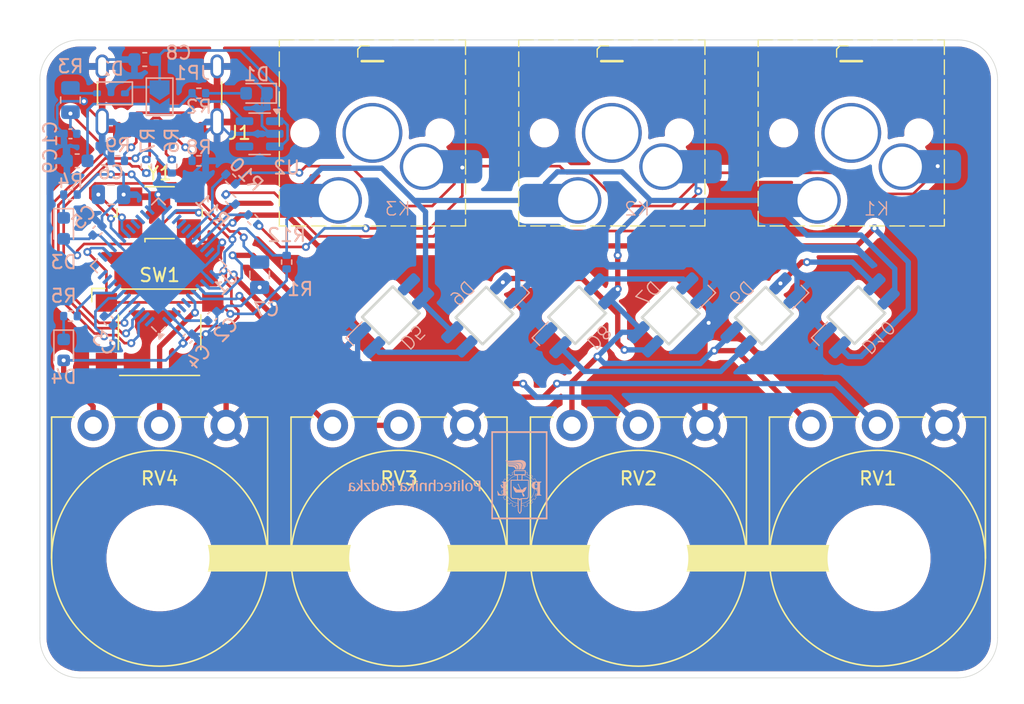
<source format=kicad_pcb>
(kicad_pcb (version 20240108) (generator "pcbnew") (generator_version "8.0")
  (title_block (title "OpenMidi") (date "2024-10-29") (rev "1.2"))
  (layers (0 "F.Cu" signal) (31 "B.Cu" signal) (34 "B.Paste" user) (35 "F.Paste" user) (36 "B.SilkS" user "B.Silkscreen") (37 "F.SilkS" user "F.Silkscreen") (38 "B.Mask" user) (39 "F.Mask" user) (44 "Edge.Cuts" user))
  (net 0 "")
  (net 1 "VBUS")
  (net 2 "AREF")
  (net 3 "UCAP")
  (net 4 "VCC")
  (net 5 "Net-(U1-XTAL1)")
  (net 6 "Net-(U1-XTAL2)")
  (net 7 "Net-(U1-~{RESET})")
  (net 8 "D-")
  (net 9 "D+")
  (net 10 "RAW")
  (net 11 "+3.3V")
  (net 12 "Net-(D1-A)")
  (net 13 "Net-(D2-A)")
  (net 14 "Net-(D3-K)")
  (net 15 "Net-(D4-K)")
  (net 16 "Net-(J1-D--PadA7)")
  (net 17 "Net-(J1-D+-PadA6)")
  (net 19 "Net-(J1-CC1)")
  (net 20 "Net-(J1-CC2)")
  (net 22 "Net-(U1-PD5)")
  (net 23 "Net-(U1-PB0)")
  (net 24 "TX")
  (net 25 "SCK")
  (net 26 "A0")
  (net 27 "D6")
  (net 28 "MOSI")
  (net 29 "D7")
  (net 30 "A1")
  (net 31 "D5")
  (net 32 "A3")
  (net 33 "A2")
  (net 34 "D12")
  (net 35 "D3{slash}SCL")
  (net 36 "D2{slash}SDA")
  (net 37 "D11")
  (net 38 "A5")
  (net 39 "A4")
  (net 40 "MISO")
  (net 41 "D4")
  (net 42 "RX")
  (net 43 "D10")
  (net 44 "D13")
  (net 46 "GND")
  (net 47 "D8")
  (net 48 "D9")
  (net 50 "Net-(D5-Din)")
  (net 51 "Net-(D6-Din)")
  (net 52 "Net-(D7-Din)")
  (net 53 "Net-(D8-Din)")
  (net 54 "Net-(D10-Dout)")
  (net 55 "Net-(K1-ROW)")
  (net 56 "Net-(K2-ROW)")
  (net 57 "Net-(K3-ROW)")
  (footprint "_CustomPartsFootprints:WS3238" (layer "F.Cu") (at 120.404163 49.727208 -135)
    (property "Reference" "D8")
    (property "Value" "~" (hide yes))
    (fp_poly (pts (xy -1.625 -1.4) (xy 1.625 -1.4) (xy 1.625 1.45) (xy -1.625 1.45)) (stroke (width 0.2)) (fill none) (layer "Edge.Cuts"))
  )
  (footprint "Potentiometer_THT:Potentiometer_Piher_T-16L_Single_Vertical_Hole" (layer "F.Cu") (at 102 58 -90)
    (property "Reference" "RV3")
    (property "Value" "Pot" (hide yes))
  )
  (footprint "Potentiometer_THT:Potentiometer_Piher_T-16L_Single_Vertical_Hole" (layer "F.Cu") (at 137.968 58 -90)
    (property "Reference" "RV1")
    (property "Value" "Pot" (hide yes))
  )
  (footprint "_CustomPartsFootprints:MX_FHS_5pinRGB_FP" (layer "F.Cu") (at 123 36)
    (property "Reference" "K2")
    (property "Value" "~" (hide yes))
  )
  (footprint "_CustomPartsFootprints:WS3238" (layer "F.Cu") (at 141.404163 49.727208 -135)
    (property "Reference" "D10")
    (property "Value" "~" (hide yes))
    (fp_poly (pts (xy -1.625 -1.4) (xy 1.625 -1.4) (xy 1.625 1.45) (xy -1.625 1.45)) (stroke (width 0.2)) (fill none) (layer "Edge.Cuts"))
  )
  (footprint "Button_Switch_SMD:SW_SPST_Omron_B3FS-100xP" (layer "F.Cu") (at 89 51)
    (property "Reference" "SW1")
    (property "Value" "SW_Omron_B3FS")
  )
  (footprint "Connector_USB:USB_C_Receptacle_GCT_USB4105-xx-A_16P_TopMnt_Horizontal" (layer "F.Cu") (at 89 32.075 180)
    (property "Reference" "J1")
    (property "Value" "USB_C_Receptacle_USB2.0_16P" (hide yes))
  )
  (footprint "_CustomPartsFootprints:WS3238" (layer "F.Cu") (at 113.404163 49.727208 45)
    (property "Reference" "D6")
    (property "Value" "~" (hide yes))
    (fp_poly (pts (xy -1.625 -1.4) (xy 1.625 -1.4) (xy 1.625 1.45) (xy -1.625 1.45)) (stroke (width 0.2)) (fill none) (layer "Edge.Cuts"))
  )
  (footprint "_CustomPartsFootprints:WS3238" (layer "F.Cu") (at 134.404163 49.727208 45)
    (property "Reference" "D9")
    (property "Value" "~" (hide yes))
    (fp_poly (pts (xy -1.625 -1.4) (xy 1.625 -1.4) (xy 1.625 1.45) (xy -1.625 1.45)) (stroke (width 0.2)) (fill none) (layer "Edge.Cuts"))
  )
  (footprint "_CustomPartsFootprints:WS3238" (layer "F.Cu") (at 106.404163 49.727208 -135)
    (property "Reference" "D5")
    (property "Value" "~" (hide yes))
    (fp_poly (pts (xy -1.625 -1.4) (xy 1.625 -1.4) (xy 1.625 1.45) (xy -1.625 1.45)) (stroke (width 0.2)) (fill none) (layer "Edge.Cuts"))
  )
  (footprint "_CustomPartsFootprints:WS3238" (layer "F.Cu") (at 127.404163 49.727208 45)
    (property "Reference" "D7")
    (property "Value" "~" (hide yes))
    (fp_poly (pts (xy -1.625 -1.4) (xy 1.625 -1.4) (xy 1.625 1.45) (xy -1.625 1.45)) (stroke (width 0.2)) (fill none) (layer "Edge.Cuts"))
  )
  (footprint "_CustomPartsFootprints:MX_FHS_5pinRGB_FP" (layer "F.Cu") (at 105 36)
    (property "Reference" "K3")
    (property "Value" "~" (hide yes))
  )
  (footprint "_CustomPartsFootprints:MX_FHS_5pinRGB_FP" (layer "F.Cu") (at 141 36)
    (property "Reference" "K1")
    (property "Value" "~" (hide yes))
  )
  (footprint "Crystal:Crystal_SMD_0603-4Pin_6.0x3.5mm" (layer "F.Cu") (at 89 42)
    (property "Reference" "Y1")
    (property "Value" "Crystal_GND24" (hide yes))
  )
  (footprint "Potentiometer_THT:Potentiometer_Piher_T-16L_Single_Vertical_Hole" (layer "F.Cu") (at 120 58 -90)
    (property "Reference" "RV2")
    (property "Value" "Pot" (hide yes))
  )
  (footprint "Potentiometer_THT:Potentiometer_Piher_T-16L_Single_Vertical_Hole" (layer "F.Cu") (at 84 58 -90)
    (property "Reference" "RV4")
    (property "Value" "Pot" (hide yes))
  )
  (footprint "Resistor_SMD:R_0402_1005Metric" (layer "B.Cu") (at 98.552 45.72 90)
    (property "Reference" "R1")
    (property "Value" "10k" (hide yes))
  )
  (footprint "Diode_SMD:D_SOD-323" (layer "B.Cu") (at 85.344 33.02 180)
    (property "Reference" "D2")
    (property "Value" "BAT60A" (hide yes))
  )
  (footprint "Resistor_SMD:R_0402_1005Metric" (layer "B.Cu") (at 85.85 38.1 180)
    (property "Reference" "R9")
    (property "Value" "5.1k" (hide yes))
  )
  (footprint "Resistor_SMD:R_0402_1005Metric" (layer "B.Cu") (at 88 38.51 90)
    (property "Reference" "R7")
    (property "Value" "220" (hide yes))
  )
  (footprint "Resistor_SMD:R_0402_1005Metric" (layer "B.Cu") (at 89.916 38.51 90)
    (property "Reference" "R6")
    (property "Value" "220" (hide yes))
  )
  (footprint "LOGO" (layer "B.Cu") (at 110.661034 61.756619 180)
    (property "Reference" "G***" (hide yes))
    (property "Value" "LOGO" (hide yes))
  )
  (footprint "Capacitor_SMD:C_0402_1005Metric" (layer "B.Cu") (at 85.175411 50.123411 -45)
    (property "Reference" "C3")
    (property "Value" "1.0uF" (hide yes))
  )
  (footprint "Resistor_SMD:R_0402_1005Metric" (layer "B.Cu") (at 91.95 38.1)
    (property "Reference" "R8")
    (property "Value" "5.1k" (hide yes))
  )
  (footprint "Capacitor_SMD:C_0402_1005Metric" (layer "B.Cu") (at 84.328 43.348589 45)
    (property "Reference" "C5")
    (property "Value" "0.1uF" (hide yes))
  )
  (footprint "Capacitor_SMD:C_0402_1005Metric" (layer "B.Cu") (at 92.964 49.784 45)
    (property "Reference" "C2")
    (property "Value" "0.1uF" (hide yes))
  )
  (footprint "Package_TO_SOT_SMD:TSOT-23-5" (layer "B.Cu") (at 96.52 36.068 180)
    (property "Reference" "U2")
    (property "Value" "ADP2108AUJ-3.3" (hide yes))
  )
  (footprint "Capacitor_SMD:C_0402_1005Metric" (layer "B.Cu") (at 91.100589 51.476589 45)
    (property "Reference" "C4")
    (property "Value" "1.0uF" (hide yes))
  )
  (footprint "Resistor_SMD:R_0402_1005Metric" (layer "B.Cu") (at 96.012 42.524624 135)
    (property "Reference" "R12")
    (property "Value" "1k" (hide yes))
  )
  (footprint "Capacitor_SMD:C_0402_1005Metric" (layer "B.Cu") (at 82.296 36.068 180)
    (property "Reference" "C1")
    (property "Value" "1.0uF" (hide yes))
  )
  (footprint "LED_SMD:LED_0603_1608Metric" (layer "B.Cu") (at 96.2915 33.02 180)
    (property "Reference" "D1")
    (property "Value" "LED" (hide yes))
  )
  (footprint "Capacitor_SMD:C_0805_2012Metric" (layer "B.Cu") (at 85.344 40.64 180)
    (property "Reference" "C6")
    (property "Value" "22pF" (hide yes))
  )
  (footprint "Resistor_SMD:R_0402_1005Metric" (layer "B.Cu") (at 82.297999 49.784)
    (property "Reference" "R5")
    (property "Value" "1k" (hide yes))
  )
  (footprint "Capacitor_SMD:C_0603_1608Metric" (layer "B.Cu") (at 82.804 38.1 180)
    (property "Reference" "C9")
    (property "Value" "10uF" (hide yes))
  )
  (footprint "Resistor_SMD:R_0805_2012Metric" (layer "B.Cu") (at 82.296 33.528 -90)
    (property "Reference" "R3")
    (property "Value" "6V 0.5A" (hide yes))
  )
  (footprint "Capacitor_SMD:C_0603_1608Metric" (layer "B.Cu") (at 87.884 30.48 180)
    (property "Reference" "C8")
    (property "Value" "10uF" (hide yes))
  )
  (footprint "LED_SMD:LED_0603_1608Metric" (layer "B.Cu") (at 81.788 52.324 -90)
    (property "Reference" "D4")
    (property "Value" "LED" (hide yes))
  )
  (footprint "Resistor_SMD:R_0402_1005Metric" (layer "B.Cu") (at 94.340624 41.000624 -45)
    (property "Reference" "R11")
    (property "Value" "1k" (hide yes))
  )
  (footprint "Package_DFN_QFN:QFN-44-1EP_7x7mm_P0.5mm_EP5.15x5.15mm" (layer "B.Cu") (at 88.912168 46 45)
    (property "Reference" "U1")
    (property "Value" "ATmega32U4-M" (hide yes))
  )
  (footprint "Jumper:SolderJumper-2_P1.3mm_Open_TrianglePad1.0x1.5mm" (layer "B.Cu") (at 89 33.275 -90)
    (property "Reference" "JP1")
    (property "Value" "SolderJumper_2_Open" (hide yes))
  )
  (footprint "LED_SMD:LED_0603_1608Metric" (layer "B.Cu") (at 81.788 43.18 -90)
    (property "Reference" "D3")
    (property "Value" "LED" (hide yes))
  )
  (footprint "Resistor_SMD:R_0402_1005Metric" (layer "B.Cu") (at 91.95 33.02 180)
    (property "Reference" "R2")
    (property "Value" "1k" (hide yes))
  )
  (footprint "Capacitor_SMD:C_0805_2012Metric" (layer "B.Cu") (at 96.52 46.67 90)
    (property "Reference" "C7")
    (property "Value" "22pF" (hide yes))
  )
  (footprint "Resistor_SMD:R_0402_1005Metric" (layer "B.Cu") (at 94.340624 39.476624 135)
    (property "Reference" "R10")
    (property "Value" "1k" (hide yes))
  )
  (footprint "Resistor_SMD:R_0402_1005Metric" (layer "B.Cu") (at 82.297999 40.64)
    (property "Reference" "R4")
    (property "Value" "1k" (hide yes))
  )
  (gr_line (start 143 68) (end 89 68) (stroke (width 2)) (layer "F.SilkS"))
  (gr_line (start 80 32) (end 80 74) (stroke (width 0.05)) (layer "Edge.Cuts"))
  (gr_arc (start 152 74) (mid 151.12132 76.12132) (end 149 77) (stroke (width 0.05)) (layer "Edge.Cuts"))
  (gr_line (start 149 29) (end 83 29) (stroke (width 0.05)) (layer "Edge.Cuts"))
  (gr_line (start 152 74) (end 152 32) (stroke (width 0.05)) (layer "Edge.Cuts"))
  (gr_arc (start 149 29) (mid 151.12132 29.87868) (end 152 32) (stroke (width 0.05)) (layer "Edge.Cuts"))
  (gr_line (start 83 77) (end 149 77) (stroke (width 0.05)) (layer "Edge.Cuts"))
  (gr_arc (start 83 77) (mid 80.87868 76.12132) (end 80 74) (stroke (width 0.05)) (layer "Edge.Cuts"))
  (gr_arc (start 80 32) (mid 80.87868 29.87868) (end 83 29) (stroke (width 0.05)) (layer "Edge.Cuts"))
  (segment (start 80.988 47.969371) (end 84.110628 51.092) (width 0.2) (layer "F.Cu") (net 1))
  (segment (start 86.6 36.170552) (end 85.686552 37.084) (width 0.2) (layer "F.Cu") (net 1))
  (segment (start 91.4 35.755) (end 91.215 35.57) (width 0.2) (layer "F.Cu") (net 1))
  (segment (start 84.836 37.084) (end 82.296 34.544) (width 0.2) (layer "F.Cu") (net 1))
  (segment (start 86.6 35.755) (end 86.6 36.170552) (width 0.2) (layer "F.Cu") (net 1))
  (segment (start 84.928 51.216) (end 84.836 51.308) (width 0.2) (layer "F.Cu") (net 1))
  (segment (start 86.6 35.180001) (end 86.6 35.755) (width 0.2) (layer "F.Cu") (net 1))
  (segment (start 84.836 37.084) (end 84.836 37.418942) (width 0.2) (layer "F.Cu") (net 1))
  (segment (start 84.836 37.418942) (end 80.988 41.266942) (width 0.2) (layer "F.Cu") (net 1))
  (segment (start 86.363351 51.816) (end 85.763351 51.216) (width 0.2) (layer "F.Cu") (net 1))
  (segment (start 85.763351 51.216) (end 84.928 51.216) (width 0.2) (layer "F.Cu") (net 1))
  (segment (start 86.868 51.816) (end 86.363351 51.816) (width 0.2) (layer "F.Cu") (net 1))
  (segment (start 90.868 34.48) (end 87.300001 34.48) (width 0.2) (layer "F.Cu") (net 1))
  (segment (start 91.215 35.57) (end 91.215 34.827) (width 0.2) (layer "F.Cu") (net 1))
  (segment (start 80.988 41.266942) (end 80.988 47.969371) (width 0.2) (layer "F.Cu") (net 1))
  (segment (start 84.62 51.092) (end 84.836 51.308) (width 0.2) (layer "F.Cu") (net 1))
  (segment (start 84.110628 51.092) (end 84.62 51.092) (width 0.2) (layer "F.Cu") (net 1))
  (segment (start 91.215 34.827) (end 90.868 34.48) (width 0.2) (layer "F.Cu") (net 1))
  (segment (start 85.686552 37.084) (end 84.836 37.084) (width 0.2) (layer "F.Cu") (net 1))
  (segment (start 87.300001 34.48) (end 86.6 35.180001) (width 0.2) (layer "F.Cu") (net 1))
  (via (at 82.296 34.544) (size 0.6) (drill 0.3) (layers "F.Cu" "B.Cu") (net 1))
  (via (at 86.868 51.816) (size 0.6) (drill 0.3) (layers "F.Cu" "B.Cu") (net 1))
  (via (at 84.836 51.308) (size 0.6) (drill 0.3) (layers "F.Cu" "B.Cu") (net 1))
  (segment (start 86.868 51.816) (end 87.414231 51.269769) (width 0.2) (layer "B.Cu") (net 1))
  (segment (start 85.160897 48.443103) (end 84.174053 49.429947) (width 0.2) (layer "B.Cu") (net 1))
  (segment (start 84.174053 50.646053) (end 84.836 51.308) (width 0.2) (layer "B.Cu") (net 1))
  (segment (start 84.174053 49.429947) (end 84.174053 50.646053) (width 0.2) (layer "B.Cu") (net 1))
  (segment (start 85.761958 48.443103) (end 85.160897 48.443103) (width 0.2) (layer "B.Cu") (net 1))
  (segment (start 87.414231 50.326364) (end 87.895702 49.844893) (width 0.2) (layer "B.Cu") (net 1))
  (segment (start 87.414231 51.269769) (end 87.414231 50.326364) (width 0.2) (layer "B.Cu") (net 1))
  (segment (start 82.296 35.588) (end 82.776 36.068) (width 0.2) (layer "B.Cu") (net 1))
  (segment (start 86.127935 48.077126) (end 85.761958 48.443103) (width 0.2) (layer "B.Cu") (net 1))
  (segment (start 82.296 34.4405) (end 82.296 35.588) (width 0.2) (layer "B.Cu") (net 1))
  (segment (start 90.914258 50.123411) (end 90.282187 49.49134) (width 0.2) (layer "B.Cu") (net 2))
  (segment (start 92.624589 50.123411) (end 90.914258 50.123411) (width 0.2) (layer "B.Cu") (net 2))
  (segment (start 85.128168 49.784) (end 86.481488 48.43068) (width 0.2) (layer "B.Cu") (net 3))
  (segment (start 84.836 49.784) (end 85.128168 49.784) (width 0.2) (layer "B.Cu") (net 3))
  (segment (start 92.315235 42.000002) (end 91.948 42.000002) (width 0.2) (layer "F.Cu") (net 4))
  (segment (start 123.444 47.752) (end 123.444 45.212) (width 0.4) (layer "F.Cu") (net 4))
  (segment (start 121.92 52.832) (end 120 54.752) (width 0.4) (layer "F.Cu") (net 4))
  (segment (start 81.788 54.356) (end 84 56.568) (width 0.4) (layer "F.Cu") (net 4))
  (segment (start 90.079998 42.000002) (end 91.948 42.000002) (width 0.2) (layer "F.Cu") (net 4))
  (segment (start 130.7 52.384) (end 132.352 52.384) (width 0.4) (layer "F.Cu") (net 4))
  (segment (start 81.788 53.1115) (end 81.788 54.356) (width 0.4) (layer "F.Cu") (net 4))
  (segment (start 94.396 47.665471) (end 94.396 48.843471) (width 0.2) (layer "F.Cu") (net 4))
  (segment (start 82.804 45.212) (end 82.804 44.871471) (width 0.2) (layer "F.Cu") (net 4))
  (segment (start 82.804 44.871471) (end 83.317471 44.358) (width 0.2) (layer "F.Cu") (net 4))
  (segment (start 101.688 58) (end 94.242822 50.554822) (width 0.4) (layer "F.Cu") (net 4))
  (segment (start 94.917735 49.365206) (end 94.917735 49.862265) (width 0.2) (layer "F.Cu") (net 4))
  (segment (start 102 58) (end 101.688 58) (width 0.2) (layer "F.Cu") (net 4))
  (segment (start 120 54.752) (end 120 58) (width 0.4) (layer "F.Cu") (net 4))
  (segment (start 93.974529 46.525279) (end 93.974529 47.244) (width 0.2) (layer "F.Cu") (net 4))
  (segment (start 93.974529 47.244) (end 94.396 47.665471) (width 0.2) (layer "F.Cu") (net 4))
  (segment (start 93.823396 46.374146) (end 93.974529 46.525279) (width 0.2) (layer "F.Cu") (net 4))
  (segment (start 92.04 50.537178) (end 90.761178 51.816) (width 0.2) (layer "F.Cu") (net 4))
  (segment (start 94.472504 44.012) (end 94.327233 44.012) (width 0.2) (layer "F.Cu") (net 4))
  (segment (start 94.917735 49.862265) (end 94.242822 50.537178) (width 0.2) (layer "F.Cu") (net 4))
  (segment (start 87.722 44.358) (end 90.079998 42.000002) (width 0.2) (layer "F.Cu") (net 4))
  (segment (start 94.327233 44.012) (end 92.315235 42.000002) (width 0.2) (layer "F.Cu") (net 4))
  (segment (start 84 56.568) (end 84 58) (width 0.4) (layer "F.Cu") (net 4))
  (segment (start 94.242822 50.554822) (end 94.242822 50.537178) (width 0.2) (layer "F.Cu") (net 4))
  (segment (start 83.317471 44.358) (end 87.722 44.358) (width 0.2) (layer "F.Cu") (net 4))
  (segment (start 94.396 48.843471) (end 94.917735 49.365206) (width 0.2) (layer "F.Cu") (net 4))
  (segment (start 132.352 52.384) (end 137.968 58) (width 0.4) (layer "F.Cu") (net 4))
  (segment (start 94.242822 50.537178) (end 92.04 50.537178) (width 0.2) (layer "F.Cu") (net 4))
  (via (at 93.823396 46.374146) (size 0.6) (drill 0.3) (layers "F.Cu" "B.Cu") (net 4))
  (via (at 91.948 42.000002) (size 0.6) (drill 0.3) (layers "F.Cu" "B.Cu") (net 4))
  (via (at 123.444 47.752) (size 0.6) (drill 0.3) (layers "F.Cu" "B.Cu") (net 4))
  (via (at 94.472504 44.012) (size 0.6) (drill 0.3) (layers "F.Cu" "B.Cu") (net 4))
  (via (at 81.788 53.1115) (size 0.6) (drill 0.3) (layers "F.Cu" "B.Cu") (net 4))
  (via (at 121.92 52.832) (size 0.6) (drill 0.3) (layers "F.Cu" "B.Cu") (net 4))
  (via (at 90.761178 51.816) (size 0.6) (drill 0.3) (layers "F.Cu" "B.Cu") (net 4))
  (via (at 123.444 45.212) (size 0.6) (drill 0.3) (layers "F.Cu" "B.Cu") (net 4))
  (via (at 82.804 45.212) (size 0.6) (drill 0.3) (layers "F.Cu" "B.Cu") (net 4))
  (via (at 130.7 52.384) (size 0.6) (drill 0.3) (layers "F.Cu" "B.Cu") (net 4))
  (segment (start 105.711778 38.655778) (end 108.136 41.08) (width 0.4) (layer "B.Cu") (net 4))
  (segment (start 144.272 47.990742) (end 144.272 46.228) (width 0.4) (layer "B.Cu") (net 4))
  (segment (start 123.766 38.93) (end 125.916 41.08) (width 0.4) (layer "B.Cu") (net 4))
  (segment (start 130.7 52.384) (end 130.616 52.384) (width 0.4) (layer "B.Cu") (net 4))
  (segment (start 122.428 53.34) (end 121.92 52.832) (width 0.4) (layer "B.Cu") (net 4))
  (segment (start 111 51) (end 108.808326 48.808326) (width 0.4) (layer "B.Cu") (net 4))
  (segment (start 95.507287 43.197543) (end 97.519744 45.21) (width 0.2) (layer "B.Cu") (net 4))
  (segment (start 93.823396 46.374146) (end 93.888 46.309542) (width 0.2) (layer "B.Cu") (net 4))
  (segment (start 81.788 53.1115) (end 89.465678 53.1115) (width 0.2) (layer "B.Cu") (net 4))
  (segment (start 101.179222 38.655778) (end 105.711778 38.655778) (width 0.4) (layer "B.Cu") (net 4))
  (segment (start 108.993079 48.269663) (end 108.993079 41.937079) (width 0.4) (layer "B.Cu") (net 4))
  (segment (start 118.005 39.83) (end 118.905 38.93) (width 0.4) (layer "B.Cu") (net 4))
  (segment (start 122.808326 48.454416) (end 125 50.64609) (width 0.4) (layer "B.Cu") (net 4))
  (segment (start 137.668 43.688) (end 136.005 42.025) (width 0.4) (layer "B.Cu") (net 4))
  (segment (start 100.005 41.08) (end 100.005 39.83) (width 0.4) (layer "B.Cu") (net 4))
  (segment (start 90.761178 51.384544) (end 89.575081 50.198447) (width 0.2) (layer "B.Cu") (net 4))
  (segment (start 93.888 46.309542) (end 93.888 44.963471) (width 0.2) (layer "B.Cu") (net 4))
  (segment (start 118.905 38.93) (end 123.766 38.93) (width 0.4) (layer "B.Cu") (net 4))
  (segment (start 125 50.64609) (end 125 51) (width 0.4) (layer "B.Cu") (net 4))
  (segment (start 90.761178 51.816) (end 90.761178 51.384544) (width 0.2) (layer "B.Cu") (net 4))
  (segment (start 123.444 45.212) (end 123.444 43.552) (width 0.4) (layer "B.Cu") (net 4))
  (segment (start 90.248165 41.835576) (end 91.783574 41.835576) (width 0.2) (layer "B.Cu") (net 4))
  (segment (start 125 51) (end 123.752 51) (width 0.4) (layer "B.Cu") (net 4))
  (segment (start 125.916 41.08) (end 136.005 41.08) (width 0.4) (layer "B.Cu") (net 4))
  (segment (start 123.444 43.552) (end 125.916 41.08) (width 0.4) (layer "B.Cu") (net 4))
  (segment (start 136.005 42.025) (end 136.005 41.08) (width 0.4) (layer "B.Cu") (net 4))
  (segment (start 98.552 45.21) (end 98.552 42.533) (width 0.2) (layer "B.Cu") (net 4))
  (segment (start 118.005 41.08) (end 118.005 39.83) (width 0.4) (layer "B.Cu") (net 4))
  (segment (start 89.928634 42.155107) (end 90.248165 41.835576) (width 0.2) (layer "B.Cu") (net 4))
  (segment (start 84.478847 43.688) (end 85.420828 44.629981) (width 0.2) (layer "B.Cu") (net 4))
  (segment (start 130.7 52.384) (end 132 51.084) (width 0.4) (layer "B.Cu") (net 4))
  (segment (start 108.993079 41.937079) (end 108.136 41.08) (width 0.4) (layer "B.Cu") (net 4))
  (segment (start 93.534629 46.662913) (end 93.823396 46.374146) (width 0.2) (layer "B.Cu") (net 4))
  (segment (start 108.808326 48.454416) (end 108.993079 48.269663) (width 0.4) (layer "B.Cu") (net 4))
  (segment (start 81.788 43.9675) (end 83.709089 43.9675) (width 0.2) (layer "B.Cu") (net 4))
  (segment (start 108.808326 48.808326) (end 108.808326 48.454416) (width 0.4) (layer "B.Cu") (net 4))
  (segment (start 123.752 51) (end 121.92 52.832) (width 0.4) (layer "B.Cu") (net 4))
  (segment (start 98.552 42.533) (end 100.005 41.08) (width 0.2) (layer "B.Cu") (net 4))
  (segment (start 132 51.084) (end 132 51) (width 0.4) (layer "B.Cu") (net 4))
  (segment (start 89.465678 53.1115) (end 90.761178 51.816) (width 0.2) (layer "B.Cu") (net 4))
  (segment (start 108.136 41.08) (end 118.005 41.08) (width 0.4) (layer "B.Cu") (net 4))
  (segment (start 94.472504 44.378967) (end 94.472504 43.738582) (width 0.2) (layer "B.Cu") (net 4))
  (segment (start 144.272 46.228) (end 141.732 43.688) (width 0.4) (layer "B.Cu") (net 4))
  (segment (start 83.988589 43.688) (end 84.478847 43.688) (width 0.2) (layer "B.Cu") (net 4))
  (segment (start 95.013543 43.197543) (end 95.507287 43.197543) (width 0.2) (layer "B.Cu") (net 4))
  (segment (start 129.66 53.34) (end 122.428 53.34) (width 0.4) (layer "B.Cu") (net 4))
  (segment (start 94.472504 43.738582) (end 95.013543 43.197543) (width 0.2) (layer "B.Cu") (net 4))
  (segment (start 93.110615 46.662913) (end 93.534629 46.662913) (width 0.2) (layer "B.Cu") (net 4))
  (segment (start 100.005 39.83) (end 101.179222 38.655778) (width 0.4) (layer "B.Cu") (net 4))
  (segment (start 81.788 43.9675) (end 81.788 44.196) (width 0.2) (layer "B.Cu") (net 4))
  (segment (start 93.888 44.963471) (end 94.472504 44.378967) (width 0.2) (layer "B.Cu") (net 4))
  (segment (start 83.709089 43.9675) (end 83.988589 43.688) (width 0.2) (layer "B.Cu") (net 4))
  (segment (start 97.519744 45.21) (end 98.552 45.21) (width 0.2) (layer "B.Cu") (net 4))
  (segment (start 143.808326 48.454416) (end 144.272 47.990742) (width 0.4) (layer "B.Cu") (net 4))
  (segment (start 91.783574 41.835576) (end 91.948 42.000002) (width 0.2) (layer "B.Cu") (net 4))
  (segment (start 81.788 44.196) (end 82.804 45.212) (width 0.2) (layer "B.Cu") (net 4))
  (segment (start 130.616 52.384) (end 129.66 53.34) (width 0.4) (layer "B.Cu") (net 4))
  (segment (start 141.732 43.688) (end 137.668 43.688) (width 0.4) (layer "B.Cu") (net 4))
  (segment (start 86.116042 42.362042) (end 84.394 40.64) (width 0.2) (layer "F.Cu") (net 5))
  (segment (start 86.161958 42.362042) (end 86.161958 42.561958) (width 0.2) (layer "F.Cu") (net 5))
  (segment (start 86.161958 42.561958) (end 86.8 43.2) (width 0.2) (layer "F.Cu") (net 5))
  (segment (start 86.161958 42.362042) (end 86.116042 42.362042) (width 0.2) (layer "F.Cu") (net 5))
  (via (at 84.394 40.64) (size 0.6) (drill 0.3) (layers "F.Cu" "B.Cu") (net 5))
  (via (at 86.161958 42.362042) (size 0.6) (drill 0.3) (layers "F.Cu" "B.Cu") (net 5))
  (segment (start 86.161958 42.362042) (end 86.161958 43.24979) (width 0.2) (layer "B.Cu") (net 5))
  (segment (start 86.161958 43.24979) (end 86.481488 43.56932) (width 0.2) (layer "B.Cu") (net 5))
  (segment (start 83.794 40.158) (end 84.152 39.8) (width 0.2) (layer "F.Cu") (net 6))
  (segment (start 90.2 39.8) (end 91.2 40.8) (width 0.2) (layer "F.Cu") (net 6))
  (segment (start 84.152 39.8) (end 90.2 39.8) (width 0.2) (layer "F.Cu") (net 6))
  (segment (start 91.680919 40.8) (end 91.2 40.8) (width 0.2) (layer "F.Cu") (net 6))
  (segment (start 95.326607 43.865393) (end 94.873214 43.412) (width 0.2) (layer "F.Cu") (net 6))
  (segment (start 85.344 42.43853) (end 83.794 40.888529) (width 0.2) (layer "F.Cu") (net 6))
  (segment (start 94.292919 43.412) (end 91.680919 40.8) (width 0.2) (layer "F.Cu") (net 6))
  (segment (start 94.873214 43.412) (end 94.292919 43.412) (width 0.2) (layer "F.Cu") (net 6))
  (segment (start 83.794 40.888529) (end 83.794 40.158) (width 0.2) (layer "F.Cu") (net 6))
  (via (at 95.326607 43.865393) (size 0.6) (drill 0.3) (layers "F.Cu" "B.Cu") (net 6))
  (via (at 85.344 42.43853) (size 0.6) (drill 0.3) (layers "F.Cu" "B.Cu") (net 6))
  (segment (start 95.326607 44.526607) (end 96.52 45.72) (width 0.2) (layer "B.Cu") (net 6))
  (segment (start 86.127935 43.922874) (end 85.344 43.138939) (width 0.2) (layer "B.Cu") (net 6))
  (segment (start 95.326607 43.865393) (end 95.326607 44.526607) (width 0.2) (layer "B.Cu") (net 6))
  (segment (start 85.344 42.672) (end 85.344 42.43853) (width 0.2) (layer "B.Cu") (net 6))
  (segment (start 85.344 43.138939) (end 85.344 42.672) (width 0.2) (layer "B.Cu") (net 6))
  (segment (start 83.566 44.958) (end 85 46.392) (width 0.2) (layer "F.Cu") (net 7))
  (segment (start 93 48.75) (end 85 48.75) (width 0.2) (layer "F.Cu") (net 7))
  (segment (start 93.454 48.75) (end 93 48.75) (width 0.2) (layer "F.Cu") (net 7))
  (segment (start 94.317735 49.613735) (end 93.454 48.75) (width 0.2) (layer "F.Cu") (net 7))
  (segment (start 85 46.392) (end 85 48.75) (width 0.2) (layer "F.Cu") (net 7))
  (via (at 94.317735 49.613735) (size 0.6) (drill 0.3) (layers "F.Cu" "B.Cu") (net 7))
  (via (at 83.566 44.958) (size 0.6) (drill 0.3) (layers "F.Cu" "B.Cu") (net 7))
  (segment (start 96.036009 49.613735) (end 98.552 47.097744) (width 0.2) (layer "B.Cu") (net 7))
  (segment (start 84.747744 44.664003) (end 85.067275 44.983534) (width 0.2) (layer "B.Cu") (net 7))
  (segment (start 94.317735 49.613735) (end 96.036009 49.613735) (width 0.2) (layer "B.Cu") (net 7))
  (segment (start 98.552 47.097744) (end 98.552 46.23) (width 0.2) (layer "B.Cu") (net 7))
  (segment (start 83.566 44.958) (end 83.859997 44.664003) (width 0.2) (layer "B.Cu") (net 7))
  (segment (start 83.859997 44.664003) (end 84.747744 44.664003) (width 0.2) (layer "B.Cu") (net 7))
  (segment (start 86.196262 51.083225) (end 85.805037 50.692) (width 0.2) (layer "F.Cu") (net 8))
  (segment (start 84.276314 50.692) (end 81.388 47.803685) (width 0.2) (layer "F.Cu") (net 8))
  (segment (start 81.388 47.803685) (end 81.388 41.432628) (width 0.2) (layer "F.Cu") (net 8))
  (segment (start 84.904629 37.916) (end 87.180001 37.916) (width 0.2) (layer "F.Cu") (net 8))
  (segment (start 85.805037 50.692) (end 84.276314 50.692) (width 0.2) (layer "F.Cu") (net 8))
  (segment (start 86.47818 51.083225) (end 86.196262 51.083225) (width 0.2) (layer "F.Cu") (net 8))
  (segment (start 81.388 41.432628) (end 84.904629 37.916) (width 0.2) (layer "F.Cu") (net 8))
  (via (at 87.180001 37.916) (size 0.6) (drill 0.3) (layers "F.Cu" "B.Cu") (net 8))
  (via (at 86.47818 51.083225) (size 0.6) (drill 0.3) (layers "F.Cu" "B.Cu") (net 8))
  (segment (start 88.367123 37.332529) (end 87.723429 37.332529) (width 0.2) (layer "B.Cu") (net 8))
  (segment (start 86.47818 51.083225) (end 86.96 50.601405) (width 0.2) (layer "B.Cu") (net 8))
  (segment (start 89.916 39.02) (end 88.804 37.908) (width 0.2) (layer "B.Cu") (net 8))
  (segment (start 88.804 37.769406) (end 88.367123 37.332529) (width 0.2) (layer "B.Cu") (net 8))
  (segment (start 86.96 50.601405) (end 86.96 50.073489) (width 0.2) (layer "B.Cu") (net 8))
  (segment (start 87.723429 37.332529) (end 87.180001 37.875957) (width 0.2) (layer "B.Cu") (net 8))
  (segment (start 87.180001 37.875957) (end 87.180001 37.916) (width 0.2) (layer "B.Cu") (net 8))
  (segment (start 86.96 50.073489) (end 87.542149 49.49134) (width 0.2) (layer "B.Cu") (net 8))
  (segment (start 88.804 37.908) (end 88.804 37.769406) (width 0.2) (layer "B.Cu") (net 8))
  (segment (start 81.788 47.638) (end 81.788 41.598314) (width 0.2) (layer "F.Cu") (net 9))
  (segment (start 84.442 50.292) (end 81.788 47.638) (width 0.2) (layer "F.Cu") (net 9))
  (segment (start 86.36 50.292) (end 84.442 50.292) (width 0.2) (layer "F.Cu") (net 9))
  (segment (start 81.788 41.598314) (end 85.070314 38.316) (width 0.2) (layer "F.Cu") (net 9))
  (segment (start 88 39.02) (end 87.93253 39.02) (width 0.2) (layer "F.Cu") (net 9))
  (segment (start 86.731472 38.316) (end 86.931472 38.516) (width 0.2) (layer "F.Cu") (net 9))
  (segment (start 85.070314 38.316) (end 86.731472 38.316) (width 0.2) (layer "F.Cu") (net 9))
  (segment (start 86.931472 38.516) (end 87.42853 38.516) (width 0.2) (layer "F.Cu") (net 9))
  (segment (start 87.93253 39.02) (end 87.42853 38.516) (width 0.2) (layer "F.Cu") (net 9))
  (via (at 88 39.02) (size 0.6) (drill 0.3) (layers "F.Cu" "B.Cu") (net 9))
  (via (at 86.36 50.292) (size 0.6) (drill 0.3) (layers "F.Cu" "B.Cu") (net 9))
  (segment (start 86.36 49.966381) (end 87.188595 49.137786) (width 0.2) (layer "B.Cu") (net 9))
  (segment (start 86.36 50.292) (end 86.36 49.966381) (width 0.2) (layer "B.Cu") (net 9))
  (segment (start 89 32.55) (end 89 30.821) (width 0.2) (layer "B.Cu") (net 10))
  (segment (start 98.11 37.018) (end 97.6575 37.018) (width 0.2) (layer "B.Cu") (net 10))
  (segment (start 97.9575 32.683814) (end 95.073686 29.8) (width 0.2) (layer "B.Cu") (net 10))
  (segment (start 95.073686 29.8) (end 89.339 29.8) (width 0.2) (layer "B.Cu") (net 10))
  (segment (start 89 30.821) (end 88.659 30.48) (width 0.2) (layer "B.Cu") (net 10))
  (segment (start 89 32.55) (end 86.864 32.55) (width 0.2) (layer "B.Cu") (net 10))
  (segment (start 98.62 35.418001) (end 98.62 36.508) (width 0.2) (layer "B.Cu") (net 10))
  (segment (start 97.6575 35.118) (end 97.9575 34.818) (width 0.2) (layer "B.Cu") (net 10))
  (segment (start 89.339 29.8) (end 88.659 30.48) (width 0.2) (layer "B.Cu") (net 10))
  (segment (start 98.319999 35.118) (end 98.62 35.418001) (width 0.2) (layer "B.Cu") (net 10))
  (segment (start 86.864 32.55) (end 86.394 33.02) (width 0.2) (layer "B.Cu") (net 10))
  (segment (start 98.62 36.508) (end 98.11 37.018) (width 0.2) (layer "B.Cu") (net 10))
  (segment (start 97.6575 35.118) (end 98.319999 35.118) (width 0.2) (layer "B.Cu") (net 10))
  (segment (start 97.9575 34.818) (end 97.9575 32.683814) (width 0.2) (layer "B.Cu") (net 10))
  (segment (start 92.06 33.64) (end 91.44 33.02) (width 0.2) (layer "B.Cu") (net 11))
  (segment (start 84.026 33.83) (end 88.83 33.83) (width 0.2) (layer "B.Cu") (net 11))
  (segment (start 90.46 34) (end 89 34) (width 0.2) (layer "B.Cu") (net 11))
  (segment (start 91.44 33.02) (end 90.46 34) (width 0.2) (layer "B.Cu") (net 11))
  (segment (start 93.9045 33.64) (end 92.06 33.64) (width 0.2) (layer "B.Cu") (net 11))
  (segment (start 83.579 34.277) (end 84.026 33.83) (width 0.2) (layer "B.Cu") (net 11))
  (segment (start 95.3825 35.118) (end 93.9045 33.64) (width 0.2) (layer "B.Cu") (net 11))
  (segment (start 83.579 38.1) (end 83.579 34.277) (width 0.2) (layer "B.Cu") (net 11))
  (segment (start 88.83 33.83) (end 89 34) (width 0.2) (layer "B.Cu") (net 11))
  (segment (start 92.46 33.02) (end 95.504 33.02) (width 0.2) (layer "B.Cu") (net 12))
  (segment (start 84.294 33.02) (end 82.7005 33.02) (width 0.2) (layer "B.Cu") (net 13))
  (segment (start 82.7005 33.02) (end 82.296 32.6155) (width 0.2) (layer "B.Cu") (net 13))
  (segment (start 81.788 42.3925) (end 81.788 40.64) (width 0.2) (layer "B.Cu") (net 14))
  (segment (start 81.788 49.784) (end 81.788 51.5365) (width 0.2) (layer "B.Cu") (net 15))
  (segment (start 88.75 35.755) (end 88.75 36.36241) (width 0.2) (layer "F.Cu") (net 16))
  (segment (start 89.916 38) (end 89.48241 37.56641) (width 0.2) (layer "F.Cu") (net 16))
  (segment (start 89.75 36.36241) (end 89.75 35.755) (width 0.2) (layer "F.Cu") (net 16))
  (segment (start 89.48241 37.56641) (end 89.48241 36.63) (width 0.2) (layer "F.Cu") (net 16))
  (segment (start 89.01759 36.63) (end 89.48241 36.63) (width 0.2) (layer "F.Cu") (net 16))
  (segment (start 88.75 36.36241) (end 89.01759 36.63) (width 0.2) (layer "F.Cu") (net 16))
  (segment (start 89.48241 36.63) (end 89.75 36.36241) (width 0.2) (layer "F.Cu") (net 16))
  (via (at 89.916 38) (size 0.6) (drill 0.3) (layers "F.Cu" "B.Cu") (net 16))
  (segment (start 88.51759 34.88) (end 88.98241 34.88) (width 0.2) (layer "F.Cu") (net 17))
  (segment (start 88.98241 34.88) (end 89.25 35.14759) (width 0.2) (layer "F.Cu") (net 17))
  (segment (start 88.25 35.755) (end 88.25 35.14759) (width 0.2) (layer "F.Cu") (net 17))
  (segment (start 88.25 35.14759) (end 88.51759 34.88) (width 0.2) (layer "F.Cu") (net 17))
  (segment (start 89.25 35.14759) (end 89.25 35.755) (width 0.2) (layer "F.Cu") (net 17))
  (segment (start 88.25 37.75) (end 88.25 35.755) (width 0.2) (layer "F.Cu") (net 17))
  (segment (start 88 38) (end 88.25 37.75) (width 0.2) (layer "F.Cu") (net 17))
  (via (at 88 38) (size 0.6) (drill 0.3) (layers "F.Cu" "B.Cu") (net 17))
  (segment (start 90.932 37.084) (end 90.25 36.402) (width 0.2) (layer "F.Cu") (net 19))
  (segment (start 90.25 36.402) (end 90.25 35.755) (width 0.2) (layer "F.Cu") (net 19))
  (via (at 90.932 37.084) (size 0.6) (drill 0.3) (layers "F.Cu" "B.Cu") (net 19))
  (segment (start 91.44 38.1) (end 91.44 37.592) (width 0.2) (layer "B.Cu") (net 19))
  (segment (start 91.44 37.592) (end 90.932 37.084) (width 0.2) (layer "B.Cu") (net 19))
  (segment (start 86.868 37.084) (end 87.25 36.702) (width 0.2) (layer "F.Cu") (net 20))
  (segment (start 87.25 36.702) (end 87.25 35.755) (width 0.2) (layer "F.Cu") (net 20))
  (via (at 86.868 37.084) (size 0.6) (drill 0.3) (layers "F.Cu" "B.Cu") (net 20))
  (segment (start 86.36 37.592) (end 86.868 37.084) (width 0.2) (layer "B.Cu") (net 20))
  (segment (start 86.36 38.1) (end 86.36 37.592) (width 0.2) (layer "B.Cu") (net 20))
  (segment (start 85.344 39.116) (end 86.894 39.116) (width 0.2) (layer "F.Cu") (net 22))
  (via (at 85.344 39.116) (size 0.6) (drill 0.3) (layers "F.Cu" "B.Cu") (net 22))
  (via (at 86.894 39.116) (size 0.6) (drill 0.3) (layers "F.Cu" "B.Cu") (net 22))
  (segment (start 82.807998 40.64) (end 84.331998 39.116) (width 0.2) (layer "B.Cu") (net 22))
  (segment (start 84.331998 39.116) (end 85.344 39.116) (width 0.2) (layer "B.Cu") (net 22))
  (segment (start 86.894 39.116) (end 88.249255 40.471255) (width 0.2) (layer "B.Cu") (net 22))
  (segment (start 88.249255 40.471255) (end 88.249255 41.801553) (width 0.2) (layer "B.Cu") (net 22))
  (segment (start 85.454852 48.043103) (end 85.774382 47.723573) (width 0.2) (layer "B.Cu") (net 23))
  (segment (start 84.036897 48.043103) (end 85.454852 48.043103) (width 0.2) (layer "B.Cu") (net 23))
  (segment (start 82.807998 49.784) (end 82.807998 49.272002) (width 0.2) (layer "B.Cu") (net 23))
  (segment (start 82.807998 49.272002) (end 84.036897 48.043103) (width 0.2) (layer "B.Cu") (net 23))
  (segment (start 118.872 54.864) (end 117.856 55.88) (width 0.4) (layer "F.Cu") (net 26))
  (segment (start 103.65805 55.88) (end 94.574529 46.796479) (width 0.4) (layer "F.Cu") (net 26))
  (segment (start 117.856 55.88) (end 103.65805 55.88) (width 0.4) (layer "F.Cu") (net 26))
  (segment (start 94.574529 46.796479) (end 94.574529 46.649471) (width 0.4) (layer "F.Cu") (net 26))
  (via (at 118.872 54.864) (size 0.6) (drill 0.3) (layers "F.Cu" "B.Cu") (net 26))
  (via (at 94.574529 46.649471) (size 0.6) (drill 0.3) (layers "F.Cu" "B.Cu") (net 26))
  (segment (start 92.403508 47.370019) (end 92.723039 47.68955) (width 0.2) (layer "B.Cu") (net 26))
  (segment (start 139.832 54.864) (end 142.968 58) (width 0.4) (layer "B.Cu") (net 26))
  (segment (start 93.53445 47.68955) (end 94.574529 46.649471) (width 0.2) (layer "B.Cu") (net 26))
  (segment (start 118.872 54.864) (end 139.832 54.864) (width 0.4) (layer "B.Cu") (net 26))
  (segment (start 92.723039 47.68955) (end 93.53445 47.68955) (width 0.2) (layer "B.Cu") (net 26))
  (segment (start 105.664 54.864) (end 96.012 45.212) (width 0.4) (layer "F.Cu") (net 30))
  (segment (start 96.012 45.212) (end 94.488 45.212) (width 0.4) (layer "F.Cu") (net 30))
  (segment (start 116.332 54.864) (end 105.664 54.864) (width 0.4) (layer "F.Cu") (net 30))
  (via (at 94.488 45.212) (size 0.6) (drill 0.3) (layers "F.Cu" "B.Cu") (net 30))
  (via (at 116.332 54.864) (size 0.6) (drill 0.3) (layers "F.Cu" "B.Cu") (net 30))
  (segment (start 95.174529 45.898529) (end 94.488 45.212) (width 0.2) (layer "B.Cu") (net 30))
  (segment (start 93.982979 48.08955) (end 95.174529 46.898) (width 0.2) (layer "B.Cu") (net 30))
  (segment (start 116.332 54.864) (end 117.348 55.88) (width 0.4) (layer "B.Cu") (net 30))
  (segment (start 92.049954 47.723573) (end 92.415931 48.08955) (width 0.2) (layer "B.Cu") (net 30))
  (segment (start 92.415931 48.08955) (end 93.982979 48.08955) (width 0.2) (layer "B.Cu") (net 30))
  (segment (start 117.348 55.88) (end 122.88 55.88) (width 0.4) (layer "B.Cu") (net 30))
  (segment (start 122.88 55.88) (end 125 58) (width 0.4) (layer "B.Cu") (net 30))
  (segment (start 95.174529 46.898) (end 95.174529 45.898529) (width 0.2) (layer "B.Cu") (net 30))
  (segment (start 100.90995 44.5) (end 98.595198 42.185248) (width 0.4) (layer "F.Cu") (net 31))
  (segment (start 142.748 43.18) (end 141.428 44.5) (width 0.4) (layer "F.Cu") (net 31))
  (segment (start 95.070838 42.185248) (end 94.492086 42.764) (width 0.4) (layer "F.Cu") (net 31))
  (segment (start 141.428 44.5) (end 100.90995 44.5) (width 0.4) (layer "F.Cu") (net 31))
  (segment (start 98.595198 42.185248) (end 95.070838 42.185248) (width 0.4) (layer "F.Cu") (net 31))
  (via (at 142.748 43.18) (size 0.6) (drill 0.3) (layers "F.Cu" "B.Cu") (net 31))
  (via (at 94.492086 42.764) (size 0.6) (drill 0.3) (layers "F.Cu" "B.Cu") (net 31))
  (segment (start 140.131371 52.131371) (end 140.832 52.832) (width 0.4) (layer "B.Cu") (net 31))
  (segment (start 94.269489 42.764) (end 94.492086 42.764) (width 0.2) (layer "B.Cu") (net 31))
  (segment (start 140.832 52.832) (end 141.732 52.832) (width 0.4) (layer "B.Cu") (net 31))
  (segment (start 141.732 52.832) (end 145.288 49.276) (width 0.4) (layer "B.Cu") (net 31))
  (segment (start 145.288 45.72) (end 142.748 43.18) (width 0.4) (layer "B.Cu") (net 31))
  (segment (start 145.288 49.276) (end 145.288 45.72) (width 0.4) (layer "B.Cu") (net 31))
  (segment (start 92.403508 44.629981) (end 94.269489 42.764) (width 0.2) (layer "B.Cu") (net 31))
  (segment (start 89 52.095549) (end 89 58) (width 0.4) (layer "F.Cu") (net 32))
  (segment (start 91.572138 49.523411) (end 89 52.095549) (width 0.4) (layer "F.Cu") (net 32))
  (segment (start 91.660064 49.523411) (end 91.572138 49.523411) (width 0.4) (layer "F.Cu") (net 32))
  (via (at 91.660064 49.523411) (size 0.6) (drill 0.3) (layers "F.Cu" "B.Cu") (net 32))
  (segment (start 91.662378 49.521097) (end 91.662378 48.75021) (width 0.2) (layer "B.Cu") (net 32))
  (segment (start 91.662378 48.75021) (end 91.342848 48.43068) (width 0.2) (layer "B.Cu") (net 32))
  (segment (start 91.660064 49.523411) (end 91.662378 49.521097) (width 0.2) (layer "B.Cu") (net 32))
  (segment (start 104.736 58) (end 107 58) (width 0.4) (layer "F.Cu") (net 33))
  (segment (start 94.996 48.26) (end 104.736 58) (width 0.4) (layer "F.Cu") (net 33))
  (via (at 94.996 48.26) (size 0.6) (drill 0.3) (layers "F.Cu" "B.Cu") (net 33))
  (segment (start 91.696401 48.077126) (end 92.108825 48.48955) (width 0.2) (layer "B.Cu") (net 33))
  (segment (start 94.76645 48.48955) (end 94.996 48.26) (width 0.2) (layer "B.Cu") (net 33))
  (segment (start 92.108825 48.48955) (end 94.76645 48.48955) (width 0.2) (layer "B.Cu") (net 33))
  (segment (start 95.651376 42.164) (end 94.162381 42.164) (width 0.2) (layer "B.Cu") (net 43))
  (segment (start 94.162381 42.164) (end 92.049954 44.276427) (width 0.2) (layer "B.Cu") (net 43))
  (segment (start 85.514822 51.816) (end 85.514822 52.735178) (width 0.2) (layer "F.Cu") (net 46))
  (segment (start 130 51.356) (end 130 58) (width 0.4) (layer "F.Cu") (net 46))
  (segment (start 94 54.812) (end 94 58) (width 0.4) (layer "F.Cu") (net 46))
  (segment (start 93 53.812) (end 94 54.812) (width 0.4) (layer "F.Cu") (net 46))
  (segment (start 88.9 40.64) (end 88.74 40.8) (width 0.2) (layer "F.Cu") (net 46))
  (segment (start 97.633137 48.865137) (end 96.52 47.752) (width 0.2) (layer "F.Cu") (net 46))
  (segment (start 85.8 35.755) (end 85.255 35.755) (width 0.2) (layer "F.Cu") (net 46))
  (segment (start 83.312 33.812) (end 84.68 35.18) (width 0.2) (layer "F.Cu") (net 46))
  (segment (start 85.255 35.755) (end 84.68 35.18) (width 0.2) (layer "F.Cu") (net 46))
  (segment (start 92.473492 51.137178) (end 93 51.663686) (width 0.2) (layer "F.Cu") (net 46))
  (segment (start 83.312 33.62) (end 83.312 33.528) (width 0.2) (layer "F.Cu") (net 46))
  (segment (start 93 53.25) (end 93 53.812) (width 0.4) (layer "F.Cu") (net 46))
  (segment (start 84.68 32.16) (end 84.68 31) (width 0.2) (layer "F.Cu") (net 46))
  (segment (start 83.312 33.62) (end 83.312 33.812) (width 0.2) (layer "F.Cu") (net 46))
  (segment (start 130.278516 51.077484) (end 130 51.356) (width 0.4) (layer "F.Cu") (net 46))
  (segment (start 92.205428 44.205428) (end 91.2 43.2) (width 0.2) (layer "F.Cu") (net 46))
  (segment (start 88.74 40.8) (end 86.8 40.8) (width 0.2) (layer "F.Cu") (net 46))
  (segment (start 130.278516 50.292) (end 130.278516 51.077484) (width 0.4) (layer "F.Cu") (net 46))
  (segment (start 93 51.663686) (end 93 53.25) (width 0.2) (layer "F.Cu") (net 46))
  (segment (start 92.745 35.755) (end 93.32 35.18) (width 0.2) (layer "F.Cu") (net 46))
  (segment (start 83.312 33.528) (end 84.68 32.16) (width 0.2) (layer "F.Cu") (net 46))
  (segment (start 96.52 47.752) (end 96.52 47.62) (width 0.2) (layer "F.Cu") (net 46))
  (segment (start 85.514822 52.735178) (end 85 53.25) (width 0.2) (layer "F.Cu") (net 46))
  (segment (start 92.2 35.755) (end 92.745 35.755) (width 0.2) (layer "F.Cu") (net 46))
  (segment (start 93.817403 44.205428) (end 92.205428 44.205428) (width 0.2) (layer "F.Cu") (net 46))
  (via (at 92.473492 51.137178) (size 0.6) (drill 0.3) (layers "F.Cu" "B.Cu") (net 46))
  (via (at 88.9 40.64) (size 0.6) (drill 0.3) (layers "F.Cu" "B.Cu") (net 46))
  (via (at 85.514822 51.816) (size 0.6) (drill 0.3) (layers "F.Cu" "B.Cu") (net 46))
  (via (at 83.312 33.62) (size 0.6) (drill 0.3) (layers "F.Cu" "B.Cu") (net 46))
  (via (at 130.278516 50.292) (size 0.6) (drill 0.3) (layers "F.Cu" "B.Cu") (net 46))
  (via (at 93.705248 44.238544) (size 0.6) (drill 0.3) (layers "F.Cu" "B.Cu") (net 46))
  (via (at 96.52 47.62) (size 0.6) (drill 0.3) (layers "F.Cu" "B.Cu") (net 46))
  (via (at 97.633137 48.865137) (size 0.6) (drill 0.3) (layers "F.Cu" "B.Cu") (net 46))
  (via (at 86.294 40.64) (size 0.6) (drill 0.3) (layers "F.Cu" "B.Cu") (net 46))
  (segment (start 81.619256 33.62) (end 83.312 33.62) (width 0.2) (layer "B.Cu") (net 46))
  (segment (start 87.109 30.48) (end 85.2 30.48) (width 0.2) (layer "B.Cu") (net 46))
  (segment (start 115.737615 48.383705) (end 118.070711 50.716801) (width 0.4) (layer "B.Cu") (net 46))
  (segment (start 93.717735 49.444589) (end 93.303411 49.444589) (width 0.2) (layer "B.Cu") (net 46))
  (segment (start 88.912168 46) (end 89.25555 45.656618) (width 0.2) (layer "B.Cu") (net 46))
  (segment (start 136.922368 48.198952) (end 136.737615 48.383705) (width 0.4) (layer "B.Cu") (net 46))
  (segment (start 93.303411 49.444589) (end 93.303411 50.307259) (width 0.2) (layer "B.Cu") (net 46))
  (segment (start 88.912168 46) (end 87.497955 46) (width 0.2) (layer "B.Cu") (net 46))
  (segment (start 130.278516 48.924606) (end 129.737615 48.383705) (width 0.4) (layer "B.Cu") (net 46))
  (segment (start 115.922368 45.818368) (end 116.016 45.912) (width 0.4) (layer "B.Cu") (net 46))
  (segment (start 81.816 36.068) (end 81.816 37.887) (width 0.2) (layer "B.Cu") (net 46))
  (segment (start 86.294 40.64) (end 86.294 39.054) (width 0.2) (layer "B.Cu") (net 46))
  (segment (start 130.278516 50.292) (end 130.278516 48.924606) (width 0.4) (layer "B.Cu") (net 46))
  (segment (start 139.070711 51.070711) (end 138.684 51.457422) (width 0.4) (layer "B.Cu") (net 46))
  (segment (start 84.667411 42.266589) (end 86.294 40.64) (width 0.2) (layer "B.Cu") (net 46))
  (segment (start 115.922368 48.198952) (end 115.737615 48.383705) (width 0.4) (layer "B.Cu") (net 46))
  (segment (start 116.016 45.912) (end 129.032 45.912) (width 0.4) (layer "B.Cu") (net 46))
  (segment (start 129.032 45.912) (end 129.104388 45.912) (width 0.4) (layer "B.Cu") (net 46))
  (segment (start 92.46 36.04) (end 93.32 35.18) (width 0.2) (layer "B.Cu") (net 46))
  (segment (start 84.836 35.336) (end 84.68 35.18) (width 0.2) (layer "B.Cu") (net 46))
  (segment (start 88.912168 46.707107) (end 86.835042 48.784233) (width 0.2) (layer "B.Cu") (net 46))
  (segment (start 129.104388 45.912) (end 130.048 46.855612) (width 0.4) (layer "B.Cu") (net 46))
  (segment (start 136.737615 48.737615) (end 139.070711 51.070711) (width 0.4) (layer "B.Cu") (net 46))
  (segment (start 89.25555 42.121084) (end 89.575081 41.801553) (width 0.2) (layer "B.Cu") (net 46))
  (segment (start 81.816 36.068) (end 81.296 35.548) (width 0.2) (layer "B.Cu") (net 46))
  (segment (start 93.430145 44.513647) (end 93.430145 45.017557) (width 0.2) (layer "B.Cu") (net 46))
  (segment (start 96.52 47.62) (end 95.126265 49.013735) (width 0.2) (layer "B.Cu") (net 46))
  (segment (start 118.070711 50.716801) (end 118.070711 51.070711) (width 0.4) (layer "B.Cu") (net 46))
  (segment (start 97.6575 36.068) (end 97.304448 36.068) (width 0.2) (layer "B.Cu") (net 46))
  (segment (start 88.9 40.64) (end 89.92 40.64) (width 0.2) (layer "B.Cu") (net 46))
  (segment (start 85.514822 50.104453) (end 86.835042 48.784233) (width 0.2) (layer "B.Cu") (net 46))
  (segment (start 132.043688 46.077632) (end 136.27002 46.077632) (width 0.4) (layer "B.Cu") (net 46))
  (segment (start 115.764638 53.376784) (end 118.070711 51.070711) (width 0.4) (layer "B.Cu") (net 46))
  (segment (start 94.069206 49.013735) (end 93.717735 49.365206) (width 0.2) (layer "B.Cu") (net 46))
  (segment (start 103.885958 53.085958) (end 104.176784 53.376784) (width 0.4) (layer "B.Cu") (net 46))
  (segment (start 84.836 37.596) (end 84.836 35.336) (width 0.2) (layer "B.Cu") (net 46))
  (segment (start 89.92 40.64) (end 92.46 38.1) (width 0.2) (layer "B.Cu") (net 46))
  (segment (start 139 54) (end 143.968 54) (width 0.4) (layer "B.Cu") (net 46))
  (segment (start 93.303411 49.444589) (end 93.470882 49.444589) (width 0.2) (layer "B.Cu") (net 46))
  (segment (start 81.296 35.548) (end 81.296 33.943256) (width 0.2) (layer "B.Cu") (net 46))
  (segment (start 85.34 38.1) (end 84.836 37.596) (width 0.2) (layer "B.Cu") (net 46))
  (segment (start 92.473492 51.137178) (end 91.44 51.137178) (width 0.2) (layer "B.Cu") (net 46))
  (segment (start 93.32 31) (end 95.059 31) (width 0.2) (layer "B.Cu") (net 46))
  (segment (start 115.922368 45.818368) (end 115.922368 48.198952) (width 0.4) (layer "B.Cu") (net 46))
  (segment (start 138.684 53.684) (end 139 54) (width 0.4) (layer "B.Cu") (net 46))
  (segment (start 136.27002 46.077632) (end 136.922368 46.72998) (width 0.4) (layer "B.Cu") (net 46))
  (segment (start 88.912168 46) (end 92.447702 46) (width 0.2) (layer "B.Cu") (net 46))
  (segment (start 93.32 35.18) (end 94.208 36.068) (width 0.2) (layer "B.Cu") (net 46))
  (segment (start 104.176784 53.376784) (end 115.764638 53.376784) (width 0.4) (layer "B.Cu") (net 46))
  (segment (start 85.514822 51.816) (end 85.514822 50.462822) (width 0.2) (layer "B.Cu") (net 46))
  (segment (start 130.048 46.855612) (end 130.048 48.07332) (width 0.4) (layer "B.Cu") (net 46))
  (segment (start 115.764638 54.235362) (end 112 58) (width 0.4) (layer "B.Cu") (net 46))
  (segment (start 84.667411 43.169456) (end 85.774382 44.276427) (width 0.2) (layer "B.Cu") (net 46))
  (segment (start 94.208 36.068) (end 97.6575 36.068) (width 0.2) (layer "B.Cu") (net 46))
  (segment (start 88.912168 46) (end 91.740595 46) (width 0.2) (layer "B.Cu") (net 46))
  (segment (start 88.9 40.64) (end 88.9 41.126472) (width 0.2) (layer "B.Cu") (net 46))
  (segment (start 96.695 35.458552) (end 96.695 33.404) (width 0.2) (layer "B.Cu") (net 46))
  (segment (start 81.296 33.943256) (end 81.619256 33.62) (width 0.2) (layer "B.Cu") (net 46))
  (segment (start 87.497955 46) (end 85.774382 44.276427) (width 0.2) (layer "B.Cu") (net 46))
  (segment (start 138.684 51.457422) (end 138.684 53.684) (width 0.4) (layer "B.Cu") (net 46))
  (segment (start 113.284 43.18) (end 115.922368 45.818368) (width 0.4) (layer "B.Cu") (net 46))
  (segment (start 136.922368 46.72998) (end 136.922368 48.198952) (width 0.4) (layer "B.Cu") (net 46))
  (segment (start 92.46 38.1) (end 92.46 36.04) (width 0.2) (layer "B.Cu") (net 46))
  (segment (start 92.447702 46) (end 93.110615 45.337087) (width 0.2) (layer "B.Cu") (net 46))
  (segment (start 89.25555 45.656618) (end 89.25555 42.121084) (width 0.2) (layer "B.Cu") (net 46))
  (segment (start 81.816 37.887) (end 82.029 38.1) (width 0.2) (layer "B.Cu") (net 46))
  (segment (start 84.667411 43.009178) (end 84.667411 42.266589) (width 0.2) (layer "B.Cu") (net 46))
  (segment (start 88.912168 48.828427) (end 89.928634 49.844893) (width 0.2) (layer "B.Cu") (net 46))
  (segment (start 88.9 41.126472) (end 89.575081 41.801553) (width 0.2) (layer "B.Cu") (net 46))
  (segment (start 93.430145 45.017557) (end 93.110615 45.337087) (width 0.2) (layer "B.Cu") (net 46))
  (segment (start 96.695 33.404) (end 97.079 33.02) (width 0.2) (layer "B.Cu") (net 46))
  (segment (start 88.912168 46) (end 88.912168 48.828427) (width 0.2) (layer "B.Cu") (net 46))
  (segment (start 88.912168 46) (end 88.912168 46.707107) (width 0.2) (layer "B.Cu") (net 46))
  (segment (start 85.514822 50.462822) (end 85.514822 50.104453) (width 0.2) (layer "B.Cu") (net 46))
  (segment (start 104.070711 51.070711) (end 103.885958 51.255464) (width 0.4) (layer "B.Cu") (net 46))
  (segment (start 91.44 51.137178) (end 91.220919 51.137178) (width 0.2) (layer "B.Cu") (net 46))
  (segment (start 136.737615 48.383705) (end 136.737615 48.737615) (width 0.4) (layer "B.Cu") (net 46))
  (segment (start 115.764638 53.376784) (end 115.764638 54.235362) (width 0.4) (layer "B.Cu") (net 46))
  (segment (start 130.048 48.07332) (end 129.737615 48.383705) (width 0.4) (layer "B.Cu") (net 46))
  (segment (start 85.2 30.48) (end 84.68 31) (width 0.2) (layer "B.Cu") (net 46))
  (segment (start 99.838711 51.070711) (end 104.070711 51.070711) (width 0.4) (layer "B.Cu") (net 46))
  (segment (start 93.303411 50.307259) (end 92.473492 51.137178) (width 0.2) (layer "B.Cu") (net 46))
  (segment (start 129.737615 48.383705) (end 132.043688 46.077632) (width 0.4) (layer "B.Cu") (net 46))
  (segment (start 103.885958 51.255464) (end 103.885958 53.085958) (width 0.4) (layer "B.Cu") (net 46))
  (segment (start 95.059 31) (end 97.079 33.02) (width 0.2) (layer "B.Cu") (net 46))
  (segment (start 143.968 54) (end 147.968 58) (width 0.4) (layer "B.Cu") (net 46))
  (segment (start 97.304448 36.068) (end 96.695 35.458552) (width 0.2) (layer "B.Cu") (net 46))
  (segment (start 91.740595 46) (end 92.757061 47.016466) (width 0.2) (layer "B.Cu") (net 46))
  (segment (start 86.294 39.054) (end 85.34 38.1) (width 0.2) (layer "B.Cu") (net 46))
  (segment (start 95.126265 49.013735) (end 94.069206 49.013735) (width 0.2) (layer "B.Cu") (net 46))
  (segment (start 93.705248 44.238544) (end 93.430145 44.513647) (width 0.2) (layer "B.Cu") (net 46))
  (segment (start 93.717735 49.365206) (end 93.717735 49.444589) (width 0.2) (layer "B.Cu") (net 46))
  (segment (start 97.633137 48.865137) (end 99.838711 51.070711) (width 0.4) (layer "B.Cu") (net 46))
  (segment (start 91.220919 51.137178) (end 89.928634 49.844893) (width 0.2) (layer "B.Cu") (net 46))
  (segment (start 92.964 40.132) (end 93.98 39.116) (width 0.2) (layer "B.Cu") (net 47))
  (segment (start 92.964 41.948168) (end 92.964 40.132) (width 0.2) (layer "B.Cu") (net 47))
  (segment (start 91.342848 43.56932) (end 92.964 41.948168) (width 0.2) (layer "B.Cu") (net 47))
  (segment (start 94.701248 41.361248) (end 94.258027 41.361248) (width 0.2) (layer "B.Cu") (net 48))
  (segment (start 94.258027 41.361248) (end 91.696401 43.922874) (width 0.2) (layer "B.Cu") (net 48))
  (segment (start 105.131371 52.131371) (end 105.501561 52.501561) (width 0.4) (layer "B.Cu") (net 50))
  (segment (start 111.619759 52.501561) (end 112.06066 52.06066) (width 0.4) (layer "B.Cu") (net 50))
  (segment (start 105.501561 52.501561) (end 111.619759 52.501561) (width 0.4) (layer "B.Cu") (net 50))
  (segment (start 123.444 51.816) (end 123.444 49.620418) (width 0.4) (layer "F.Cu") (net 51))
  (segment (start 115.099145 46.952855) (end 114.808 47.244) (width 0.4) (layer "F.Cu") (net 51))
  (segment (start 123.952 52.324) (end 123.444 51.816) (width 0.4) (layer "F.Cu") (net 51))
  (segment (start 123.444 49.620418) (end 120.776437 46.952855) (width 0.4) (layer "F.Cu") (net 51))
  (segment (start 120.776437 46.952855) (end 115.099145 46.952855) (width 0.4) (layer "F.Cu") (net 51))
  (via (at 123.952 52.324) (size 0.6) (drill 0.3) (layers "F.Cu" "B.Cu") (net 51))
  (via (at 114.808 47.244) (size 0.6) (drill 0.3) (layers "F.Cu" "B.Cu") (net 51))
  (segment (start 123.952 52.324) (end 125.79732 52.324) (width 0.4) (layer "B.Cu") (net 51))
  (segment (start 125.79732 52.324) (end 126.06066 52.06066) (width 0.4) (layer "B.Cu") (net 51))
  (segment (start 128.676955 47.323045) (end 128.34212 46.98821) (width 0.4) (layer "B.Cu") (net 52))
  (segment (start 128.34212 46.98821) (end 122.153212 46.98821) (width 0.4) (layer "B.Cu") (net 52))
  (segment (start 122.153212 46.98821) (end 121.747666 47.393756) (width 0.4) (layer "B.Cu") (net 52))
  (segment (start 119.131371 52.131371) (end 120.94 53.94) (width 0.4) (layer "B.Cu") (net 53))
  (segment (start 131.18132 53.94) (end 133.06066 52.06066) (width 0.4) (layer "B.Cu") (net 53))
  (segment (start 120.94 53.94) (end 131.18132 53.94) (width 0.4) (layer "B.Cu") (net 53))
  (segment (start 135.676955 47.323045) (end 137.28 45.72) (width 0.4) (layer "F.Cu") (net 54))
  (segment (start 137.28 45.72) (end 137.668 45.72) (width 0.4) (layer "F.Cu") (net 54))
  (via (at 137.668 45.72) (size 0.6) (drill 0.3) (layers "F.Cu" "B.Cu") (net 54))
  (via (at 135.676955 47.323045) (size 0.6) (drill 0.3) (layers "F.Cu" "B.Cu") (net 54))
  (segment (start 141.07391 45.72) (end 137.668 45.72) (width 0.4) (layer "B.Cu") (net 54))
  (segment (start 142.747666 47.393756) (end 141.07391 45.72) (width 0.4) (layer "B.Cu") (net 54))
  (segment (start 140.685431 39) (end 142.275431 40.59) (width 0.2) (layer "F.Cu") (net 55))
  (segment (start 111.16 38.359471) (end 111.511471 38.008) (width 0.2) (layer "F.Cu") (net 55))
  (segment (start 147.5 38.749138) (end 147.5 38.5) (width 0.2) (layer "F.Cu") (net 55))
  (segment (start 119.080862 38.5) (end 119.610862 39.03) (width 0.2) (layer "F.Cu") (net 55))
  (segment (start 142.275431 40.59) (end 145.659138 40.59) (width 0.2) (layer "F.Cu") (net 55))
  (segment (start 119.610862 39.03) (end 121.309138 39.03) (width 0.2) (layer "F.Cu") (net 55))
  (segment (start 109.5 41.5) (end 111.16 39.84) (width 0.2) (layer "F.Cu") (net 55))
  (segment (start 130.031471 39) (end 140.685431 39) (width 0.2) (layer "F.Cu") (net 55))
  (segment (start 106.346245 41.5) (end 109.5 41.5) (width 0.2) (layer "F.Cu") (net 55))
  (segment (start 111.511471 38.008) (end 112.008529 38.008) (width 0.2) (layer "F.Cu") (net 55))
  (segment (start 145.659138 40.59) (end 147.5 38.749138) (width 0.2) (layer "F.Cu") (net 55))
  (segment (start 112.008529 38.008) (end 112.500529 38.5) (width 0.2) (layer "F.Cu") (net 55))
  (segment (start 123.779138 41.5) (end 127.531471 41.5) (width 0.2) (layer "F.Cu") (net 55))
  (segment (start 100 38.5) (end 103.346245 38.5) (width 0.2) (layer "F.Cu") (net 55))
  (segment (start 112.500529 38.5) (end 119.080862 38.5) (width 0.2) (layer "F.Cu") (net 55))
  (segment (start 103.346245 38.5) (end 106.346245 41.5) (width 0.2) (layer "F.Cu") (net 55))
  (segment (start 121.309138 39.03) (end 123.779138 41.5) (width 0.2) (layer "F.Cu") (net 55))
  (segment (start 127.531471 41.5) (end 130.031471 39) (width 0.2) (layer "F.Cu") (net 55))
  (segment (start 111.16 39.84) (end 111.16 38.359471) (width 0.2) (layer "F.Cu") (net 55))
  (segment (start 99.5 39) (end 100 38.5) (width 0.2) (layer "F.Cu") (net 55))
  (via (at 99.5 39) (size 0.6) (drill 0.3) (layers "F.Cu" "B.Cu") (net 55))
  (via (at 147.5 38.5) (size 0.6) (drill 0.3) (layers "F.Cu" "B.Cu") (net 55))
  (segment (start 95.538496 39) (end 99.5 39) (width 0.2) (layer "B.Cu") (net 55))
  (segment (start 94.701248 39.837248) (end 95.538496 39) (width 0.2) (layer "B.Cu") (net 55))
  (segment (start 110 43.38) (end 109.6 43.78) (width 0.2) (layer "F.Cu") (net 56))
  (segment (start 129.5 40.5) (end 126.62 43.38) (width 0.2) (layer "F.Cu") (net 56))
  (segment (start 94.109237 40.5) (end 93.9905 40.618737) (width 0.2) (layer "F.Cu") (net 56))
  (segment (start 129.5 40.38) (end 129.5 40.5) (width 0.2) (layer "F.Cu") (net 56))
  (segment (start 109.6 43.78) (end 100.897056 43.78) (width 0.2) (layer "F.Cu") (net 56))
  (segment (start 97.617056 40.5) (end 94.109237 40.5) (width 0.2) (layer "F.Cu") (net 56))
  (segment (start 100.897056 43.78) (end 97.617056 40.5) (width 0.2) (layer "F.Cu") (net 56))
  (segment (start 126.62 43.38) (end 110 43.38) (width 0.2) (layer "F.Cu") (net 56))
  (via (at 129.5 40.38) (size 0.6) (drill 0.3) (layers "F.Cu" "B.Cu") (net 56))
  (via (at 93.9905 40.618737) (size 0.6) (drill 0.3) (layers "F.Cu" "B.Cu") (net 56))
  (segment (start 129.33 40.21) (end 129.33 38.54) (width 0.2) (layer "B.Cu") (net 56))
  (segment (start 129.5 40.38) (end 129.33 40.21) (width 0.2) (layer "B.Cu") (net 56))
  (segment (start 93.98 40.64) (end 93.98 40.558496) (width 0.2) (layer "B.Cu") (net 56))
  (segment (start 100 44.58) (end 98.08 44.58) (width 0.2) (layer "F.Cu") (net 57))
  (segment (start 111.76 40.74) (end 109.32 43.18) (width 0.2) (layer "F.Cu") (net 57))
  (segment (start 98.08 44.58) (end 97 43.5) (width 0.2) (layer "F.Cu") (net 57))
  (segment (start 111.76 38.608) (end 111.76 40.74) (width 0.2) (layer "F.Cu") (net 57))
  (segment (start 109.32 43.18) (end 104.5 43.18) (width 0.2) (layer "F.Cu") (net 57))
  (segment (start 97 43.5) (end 96.5 43) (width 0.2) (layer "F.Cu") (net 57))
  (via (at 111.76 38.608) (size 0.6) (drill 0.3) (layers "F.Cu" "B.Cu") (net 57))
  (via (at 96.5 43) (size 0.6) (drill 0.3) (layers "F.Cu" "B.Cu") (net 57))
  (via (at 104.5 43.18) (size 0.6) (drill 0.3) (layers "F.Cu" "B.Cu") (net 57))
  (via (at 100 44.58) (size 0.6) (drill 0.3) (layers "F.Cu" "B.Cu") (net 57))
  (segment (start 96.487376 43) (end 96.372624 42.885248) (width 0.2) (layer "B.Cu") (net 57))
  (segment (start 101.4 43.18) (end 100 44.58) (width 0.2) (layer "B.Cu") (net 57))
  (segment (start 96.5 43) (end 96.487376 43) (width 0.2) (layer "B.Cu") (net 57))
  (segment (start 104.5 43.18) (end 101.4 43.18) (width 0.2) (layer "B.Cu") (net 57))
  (zone (net 46) (net_name "GND") (layers "F&B.Cu") (connect_pads (clearance 0.5)) (min_thickness 0.25) (fill yes (thermal_gap 0.5) (thermal_bridge_width 0.5))
    (polygon (pts (xy 77 26) (xy 154 26) (xy 154 79) (xy 77 79)))
  )
)
</source>
